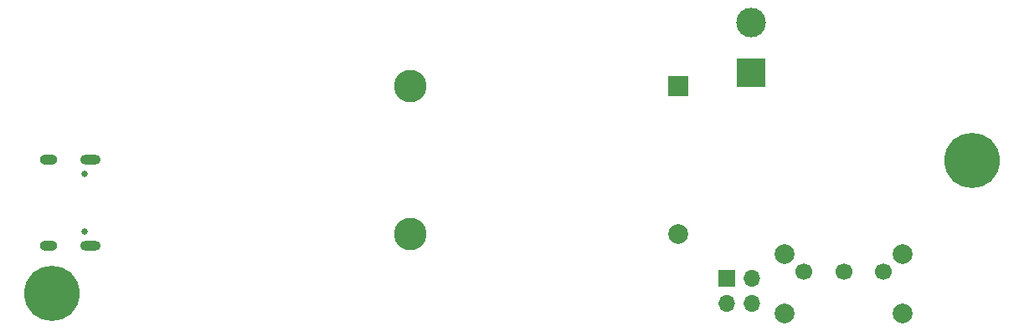
<source format=gbs>
G04 #@! TF.GenerationSoftware,KiCad,Pcbnew,6.0.11-2627ca5db0~126~ubuntu22.04.1*
G04 #@! TF.CreationDate,2024-06-10T16:45:34-04:00*
G04 #@! TF.ProjectId,board,626f6172-642e-46b6-9963-61645f706362,rev?*
G04 #@! TF.SameCoordinates,Original*
G04 #@! TF.FileFunction,Soldermask,Bot*
G04 #@! TF.FilePolarity,Negative*
%FSLAX46Y46*%
G04 Gerber Fmt 4.6, Leading zero omitted, Abs format (unit mm)*
G04 Created by KiCad (PCBNEW 6.0.11-2627ca5db0~126~ubuntu22.04.1) date 2024-06-10 16:45:34*
%MOMM*%
%LPD*%
G01*
G04 APERTURE LIST*
%ADD10R,3.000000X3.000000*%
%ADD11C,3.000000*%
%ADD12C,2.000000*%
%ADD13C,1.700000*%
%ADD14C,5.600000*%
%ADD15C,0.650000*%
%ADD16O,2.100000X1.000000*%
%ADD17O,1.800000X1.000000*%
%ADD18R,1.700000X1.700000*%
%ADD19O,1.700000X1.700000*%
%ADD20C,3.300000*%
%ADD21R,2.000000X2.000000*%
G04 APERTURE END LIST*
D10*
X171200000Y-66140000D03*
D11*
X171200000Y-61060000D03*
D12*
X174542500Y-90517500D03*
X174542500Y-84517500D03*
X186542500Y-84517500D03*
X186542500Y-90517500D03*
D13*
X176542500Y-86267500D03*
X180542500Y-86267500D03*
X184542500Y-86267500D03*
D14*
X193500000Y-75007500D03*
X100500000Y-88507500D03*
D15*
X103820000Y-76430000D03*
X103820000Y-82210000D03*
D16*
X104340000Y-83640000D03*
D17*
X100140000Y-75000000D03*
D16*
X104340000Y-75000000D03*
D17*
X100140000Y-83640000D03*
D18*
X168700000Y-87000000D03*
D19*
X171240000Y-87000000D03*
X168700000Y-89540000D03*
X171240000Y-89540000D03*
D20*
X136690000Y-67520000D03*
X136690000Y-82510000D03*
D21*
X163855000Y-67520000D03*
D12*
X163855000Y-82510000D03*
M02*

</source>
